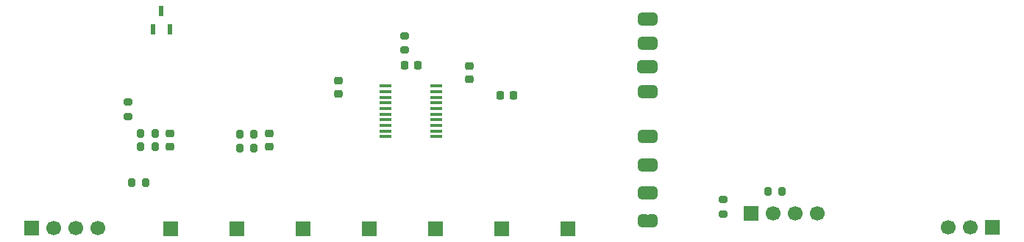
<source format=gbr>
%TF.GenerationSoftware,KiCad,Pcbnew,9.0.3*%
%TF.CreationDate,2025-09-15T18:31:04-04:00*%
%TF.ProjectId,SGTC_Center,53475443-5f43-4656-9e74-65722e6b6963,rev?*%
%TF.SameCoordinates,Original*%
%TF.FileFunction,Soldermask,Top*%
%TF.FilePolarity,Negative*%
%FSLAX46Y46*%
G04 Gerber Fmt 4.6, Leading zero omitted, Abs format (unit mm)*
G04 Created by KiCad (PCBNEW 9.0.3) date 2025-09-15 18:31:04*
%MOMM*%
%LPD*%
G01*
G04 APERTURE LIST*
G04 Aperture macros list*
%AMRoundRect*
0 Rectangle with rounded corners*
0 $1 Rounding radius*
0 $2 $3 $4 $5 $6 $7 $8 $9 X,Y pos of 4 corners*
0 Add a 4 corners polygon primitive as box body*
4,1,4,$2,$3,$4,$5,$6,$7,$8,$9,$2,$3,0*
0 Add four circle primitives for the rounded corners*
1,1,$1+$1,$2,$3*
1,1,$1+$1,$4,$5*
1,1,$1+$1,$6,$7*
1,1,$1+$1,$8,$9*
0 Add four rect primitives between the rounded corners*
20,1,$1+$1,$2,$3,$4,$5,0*
20,1,$1+$1,$4,$5,$6,$7,0*
20,1,$1+$1,$6,$7,$8,$9,0*
20,1,$1+$1,$8,$9,$2,$3,0*%
%AMFreePoly0*
4,1,23,0.500000,-0.750000,0.000000,-0.750000,0.000000,-0.745722,-0.065263,-0.745722,-0.191342,-0.711940,-0.304381,-0.646677,-0.396677,-0.554381,-0.461940,-0.441342,-0.495722,-0.315263,-0.495722,-0.250000,-0.500000,-0.250000,-0.500000,0.250000,-0.495722,0.250000,-0.495722,0.315263,-0.461940,0.441342,-0.396677,0.554381,-0.304381,0.646677,-0.191342,0.711940,-0.065263,0.745722,0.000000,0.745722,
0.000000,0.750000,0.500000,0.750000,0.500000,-0.750000,0.500000,-0.750000,$1*%
%AMFreePoly1*
4,1,23,0.000000,0.745722,0.065263,0.745722,0.191342,0.711940,0.304381,0.646677,0.396677,0.554381,0.461940,0.441342,0.495722,0.315263,0.495722,0.250000,0.500000,0.250000,0.500000,-0.250000,0.495722,-0.250000,0.495722,-0.315263,0.461940,-0.441342,0.396677,-0.554381,0.304381,-0.646677,0.191342,-0.711940,0.065263,-0.745722,0.000000,-0.745722,0.000000,-0.750000,-0.500000,-0.750000,
-0.500000,0.750000,0.000000,0.750000,0.000000,0.745722,0.000000,0.745722,$1*%
G04 Aperture macros list end*
%ADD10RoundRect,0.200000X0.200000X0.275000X-0.200000X0.275000X-0.200000X-0.275000X0.200000X-0.275000X0*%
%ADD11RoundRect,0.200000X-0.275000X0.200000X-0.275000X-0.200000X0.275000X-0.200000X0.275000X0.200000X0*%
%ADD12FreePoly0,180.000000*%
%ADD13FreePoly1,180.000000*%
%ADD14RoundRect,0.225000X-0.250000X0.225000X-0.250000X-0.225000X0.250000X-0.225000X0.250000X0.225000X0*%
%ADD15R,1.700000X1.700000*%
%ADD16RoundRect,0.225000X-0.225000X-0.250000X0.225000X-0.250000X0.225000X0.250000X-0.225000X0.250000X0*%
%ADD17R,1.409700X0.355600*%
%ADD18R,0.599999X1.300000*%
%ADD19C,1.700000*%
%ADD20RoundRect,0.200000X-0.200000X-0.275000X0.200000X-0.275000X0.200000X0.275000X-0.200000X0.275000X0*%
G04 APERTURE END LIST*
%TO.C,JP8*%
G36*
X141960000Y-128650000D02*
G01*
X141660000Y-128650000D01*
X141660000Y-127150000D01*
X141960000Y-127150000D01*
X141960000Y-128650000D01*
G37*
%TO.C,JP3*%
G36*
X141960000Y-115100000D02*
G01*
X141660000Y-115100000D01*
X141660000Y-113600000D01*
X141960000Y-113600000D01*
X141960000Y-115100000D01*
G37*
%TO.C,JP1*%
G36*
X141960000Y-123450000D02*
G01*
X141660000Y-123450000D01*
X141660000Y-121950000D01*
X141960000Y-121950000D01*
X141960000Y-123450000D01*
G37*
%TO.C,JP4*%
G36*
X141951217Y-120609443D02*
G01*
X141651217Y-120609443D01*
X141651217Y-119109443D01*
X141951217Y-119109443D01*
X141951217Y-120609443D01*
G37*
%TO.C,JP5*%
G36*
X141960000Y-138400000D02*
G01*
X141660000Y-138400000D01*
X141660000Y-136900000D01*
X141960000Y-136900000D01*
X141960000Y-138400000D01*
G37*
%TO.C,JP7*%
G36*
X141960000Y-131900000D02*
G01*
X141660000Y-131900000D01*
X141660000Y-130400000D01*
X141960000Y-130400000D01*
X141960000Y-131900000D01*
G37*
%TO.C,JP2*%
G36*
X141960000Y-117850000D02*
G01*
X141660000Y-117850000D01*
X141660000Y-116350000D01*
X141960000Y-116350000D01*
X141960000Y-117850000D01*
G37*
%TO.C,JP6*%
G36*
X141960000Y-135150000D02*
G01*
X141660000Y-135150000D01*
X141660000Y-133650000D01*
X141960000Y-133650000D01*
X141960000Y-135150000D01*
G37*
%TD*%
D10*
%TO.C,R8*%
X155675000Y-134250000D03*
X157325000Y-134250000D03*
%TD*%
%TO.C,R2*%
X84075000Y-133250000D03*
X82425000Y-133250000D03*
%TD*%
D11*
%TO.C,R9*%
X150500000Y-136825000D03*
X150500000Y-135175000D03*
%TD*%
D12*
%TO.C,JP8*%
X142460000Y-127900000D03*
D13*
X141160000Y-127900000D03*
%TD*%
D14*
%TO.C,C4*%
X98310000Y-127525000D03*
X98310000Y-129075000D03*
%TD*%
D12*
%TO.C,JP3*%
X142460000Y-114350000D03*
D13*
X141160000Y-114350000D03*
%TD*%
D12*
%TO.C,JP1*%
X142460000Y-122700000D03*
D13*
X141160000Y-122700000D03*
%TD*%
D10*
%TO.C,R5*%
X85135000Y-129100000D03*
X83485000Y-129100000D03*
%TD*%
D14*
%TO.C,C2*%
X86810000Y-127525000D03*
X86810000Y-129075000D03*
%TD*%
D15*
%TO.C,J2*%
X125020000Y-138550000D03*
%TD*%
D12*
%TO.C,JP4*%
X142451217Y-119859443D03*
D13*
X141151217Y-119859443D03*
%TD*%
D15*
%TO.C,J6*%
X94540000Y-138550000D03*
%TD*%
D16*
%TO.C,C6*%
X124835000Y-123100000D03*
X126385000Y-123100000D03*
%TD*%
D17*
%TO.C,U1*%
X111610000Y-122050002D03*
X111610000Y-122700003D03*
X111610000Y-123350001D03*
X111610000Y-124000003D03*
X111610000Y-124650001D03*
X111610000Y-125300000D03*
X111610000Y-125950001D03*
X111610000Y-126600000D03*
X111610000Y-127250001D03*
X111610000Y-127900000D03*
X117515500Y-127900002D03*
X117515500Y-127250004D03*
X117515500Y-126600003D03*
X117515500Y-125950004D03*
X117515500Y-125300003D03*
X117515500Y-124650004D03*
X117515500Y-124000003D03*
X117515500Y-123350004D03*
X117515500Y-122700003D03*
X117515500Y-122050004D03*
%TD*%
D15*
%TO.C,J7*%
X86920000Y-138550000D03*
%TD*%
D12*
%TO.C,JP5*%
X142460000Y-137650000D03*
D13*
X141160000Y-137650000D03*
%TD*%
D11*
%TO.C,R1*%
X113810000Y-116275000D03*
X113810000Y-117925000D03*
%TD*%
D18*
%TO.C,U2*%
X84909998Y-115500000D03*
X86810000Y-115500000D03*
X85859999Y-113400000D03*
%TD*%
D11*
%TO.C,R3*%
X82000000Y-123925000D03*
X82000000Y-125575000D03*
%TD*%
D15*
%TO.C,J8*%
X181490000Y-138400000D03*
D19*
X178950000Y-138400000D03*
X176410000Y-138400000D03*
%TD*%
D15*
%TO.C,J5*%
X102160000Y-138550000D03*
%TD*%
D12*
%TO.C,JP7*%
X142460000Y-131150000D03*
D13*
X141160000Y-131150000D03*
%TD*%
D20*
%TO.C,R4*%
X83485000Y-127500000D03*
X85135000Y-127500000D03*
%TD*%
D14*
%TO.C,C3*%
X106210000Y-121425000D03*
X106210000Y-122975000D03*
%TD*%
D15*
%TO.C,J3*%
X117400000Y-138550000D03*
%TD*%
D16*
%TO.C,C1*%
X113835000Y-119700000D03*
X115385000Y-119700000D03*
%TD*%
D15*
%TO.C,J10*%
X153710000Y-136750000D03*
D19*
X156250000Y-136750000D03*
X158790000Y-136750000D03*
X161330000Y-136750000D03*
%TD*%
D15*
%TO.C,J4*%
X109780000Y-138550000D03*
%TD*%
D20*
%TO.C,R6*%
X94885000Y-127600000D03*
X96535000Y-127600000D03*
%TD*%
D15*
%TO.C,J1*%
X132640000Y-138550000D03*
%TD*%
D10*
%TO.C,R7*%
X96535000Y-129200000D03*
X94885000Y-129200000D03*
%TD*%
D19*
%TO.C,J9*%
X78560000Y-138475000D03*
X76020000Y-138475000D03*
X73480000Y-138475000D03*
D15*
X70940000Y-138475000D03*
%TD*%
D12*
%TO.C,JP2*%
X142460000Y-117100000D03*
D13*
X141160000Y-117100000D03*
%TD*%
D14*
%TO.C,C5*%
X121310000Y-119725000D03*
X121310000Y-121275000D03*
%TD*%
D12*
%TO.C,JP6*%
X142460000Y-134400000D03*
D13*
X141160000Y-134400000D03*
%TD*%
M02*

</source>
